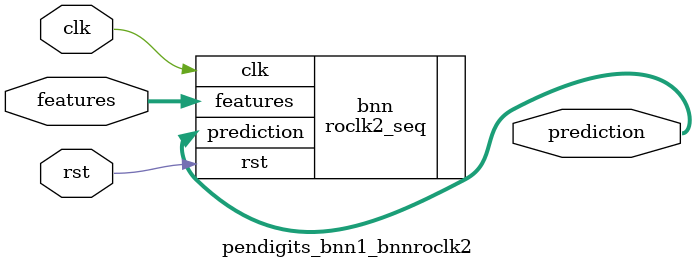
<source format=v>













module pendigits_bnn1_bnnroclk2 #(

parameter FEAT_CNT = 16,
parameter HIDDEN_CNT = 40,
parameter FEAT_BITS = 4,
parameter CLASS_CNT = 10,
parameter TEST_CNT = 1000


  ) (
  input clk,
  input rst,
  input [FEAT_CNT*FEAT_BITS-1:0] features,
  output [$clog2(CLASS_CNT)-1:0] prediction
  );

  localparam Weights0 = 640'b0101101001100011101101101101100110110001000001111010010111001000110110101111010101010001111100000110101111111000111000001101101000000011010100101110100101011010010010111010010010010101010110001011110100100011010011100001101100010110101111011010111110110001101100101111010110110101000010011110111110000101010111111100000110010010001111011111101111010000010100000101100101001010000110110100001111101100101100000010101110100100001101111011101011100101011010100101001111001010000111010000011100001011000000000010111100000101001110001010010100011110010010100110001001001011111110000001011011101101010100011111000001001101000110100010101101000010 ;
  localparam Weights1 = 400'b0000100000101111101101100001011000110000011110110111101011101100111100000000000001011101010001011000011110000100011101100111000000001111010000000110111100001000010010110010110110100000011111111101000010001000011011000111010110000010000010110101011011010111100111100010101011111110110001011100011000001010100011000011111010001111111000101011111010000101001111000111000011011001011111000001101001000001 ;

  roclk2_seq #(.FEAT_CNT(FEAT_CNT),.FEAT_BITS(FEAT_BITS),.HIDDEN_CNT(HIDDEN_CNT),.CLASS_CNT(CLASS_CNT),.Weights0(Weights0),.Weights1(Weights1)) bnn (
    .clk(clk),
    .rst(rst),
    .features(features),
    .prediction(prediction)
  );

endmodule

</source>
